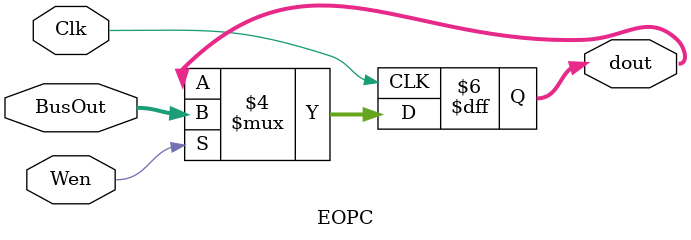
<source format=v>
module EOPC(Wen, BusOut, Clk, dout);
  input Wen, Clk;
  input[7:0] BusOut;
  output reg[7:0] dout = 8'd0;
  always @(posedge Clk)
    begin
        if  (Wen) dout <= BusOut;
        else    dout <= dout;
      
    end
endmodule
</source>
